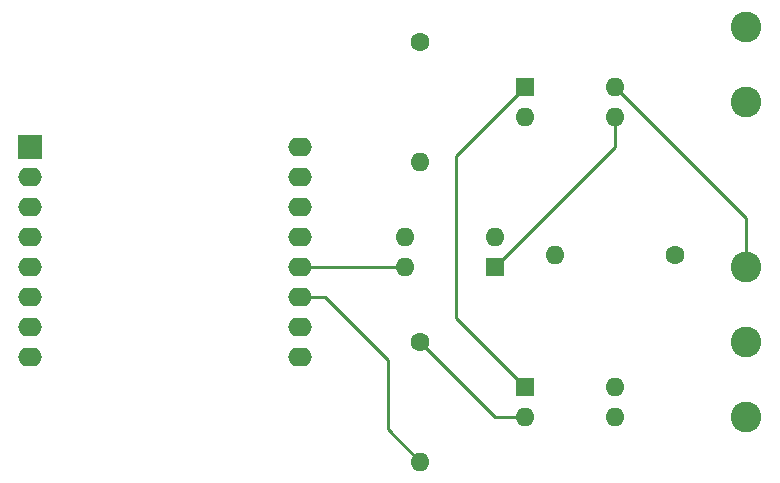
<source format=gbr>
%TF.GenerationSoftware,KiCad,Pcbnew,5.1.10*%
%TF.CreationDate,2021-09-05T12:58:41+02:00*%
%TF.ProjectId,PCB,5043422e-6b69-4636-9164-5f7063625858,1.0*%
%TF.SameCoordinates,Original*%
%TF.FileFunction,Copper,L2,Bot*%
%TF.FilePolarity,Positive*%
%FSLAX46Y46*%
G04 Gerber Fmt 4.6, Leading zero omitted, Abs format (unit mm)*
G04 Created by KiCad (PCBNEW 5.1.10) date 2021-09-05 12:58:41*
%MOMM*%
%LPD*%
G01*
G04 APERTURE LIST*
%TA.AperFunction,ComponentPad*%
%ADD10C,2.600000*%
%TD*%
%TA.AperFunction,ComponentPad*%
%ADD11O,2.000000X1.600000*%
%TD*%
%TA.AperFunction,ComponentPad*%
%ADD12R,2.000000X2.000000*%
%TD*%
%TA.AperFunction,ComponentPad*%
%ADD13O,1.600000X1.600000*%
%TD*%
%TA.AperFunction,ComponentPad*%
%ADD14R,1.600000X1.600000*%
%TD*%
%TA.AperFunction,ComponentPad*%
%ADD15C,1.600000*%
%TD*%
%TA.AperFunction,Conductor*%
%ADD16C,0.250000*%
%TD*%
G04 APERTURE END LIST*
D10*
%TO.P,GND_In,1*%
%TO.N,Net-(GND_In1-Pad1)*%
X111379000Y-91440000D03*
%TD*%
%TO.P,5V_Heater,1*%
%TO.N,Net-(5V_Heater1-Pad1)*%
X111379000Y-105410000D03*
%TD*%
%TO.P,GND_Heater,1*%
%TO.N,Net-(GND_Heater1-Pad1)*%
X111379000Y-118110000D03*
%TD*%
%TO.P,Serial,1*%
%TO.N,Net-(R3-Pad1)*%
X111379000Y-111760000D03*
%TD*%
%TO.P,3.3V_In,1*%
%TO.N,Net-(3.3V_In1-Pad1)*%
X111379000Y-85090000D03*
%TD*%
D11*
%TO.P,U4,16*%
%TO.N,Net-(U4-Pad16)*%
X73660000Y-95250000D03*
%TO.P,U4,15*%
%TO.N,Net-(U4-Pad15)*%
X73660000Y-97790000D03*
%TO.P,U4,14*%
%TO.N,Net-(U4-Pad14)*%
X73660000Y-100330000D03*
%TO.P,U4,13*%
%TO.N,Net-(R2-Pad2)*%
X73660000Y-102870000D03*
%TO.P,U4,12*%
%TO.N,Net-(U1-Pad4)*%
X73660000Y-105410000D03*
%TO.P,U4,11*%
%TO.N,Net-(R1-Pad2)*%
X73660000Y-107950000D03*
%TO.P,U4,10*%
%TO.N,Net-(GND_In1-Pad1)*%
X73660000Y-110490000D03*
%TO.P,U4,9*%
%TO.N,Net-(U4-Pad9)*%
X73660000Y-113030000D03*
%TO.P,U4,8*%
%TO.N,Net-(3.3V_In1-Pad1)*%
X50800000Y-113030000D03*
%TO.P,U4,7*%
%TO.N,Net-(U4-Pad7)*%
X50800000Y-110490000D03*
%TO.P,U4,6*%
%TO.N,Net-(U4-Pad6)*%
X50800000Y-107950000D03*
%TO.P,U4,5*%
%TO.N,Net-(U4-Pad5)*%
X50800000Y-105410000D03*
%TO.P,U4,4*%
%TO.N,Net-(U4-Pad4)*%
X50800000Y-102870000D03*
%TO.P,U4,3*%
%TO.N,Net-(U4-Pad3)*%
X50800000Y-100330000D03*
D12*
%TO.P,U4,1*%
%TO.N,Net-(U4-Pad1)*%
X50800000Y-95250000D03*
D11*
%TO.P,U4,2*%
%TO.N,Net-(U4-Pad2)*%
X50800000Y-97790000D03*
%TD*%
D13*
%TO.P,U3,4*%
%TO.N,Net-(5V_Heater1-Pad1)*%
X100330000Y-90170000D03*
%TO.P,U3,2*%
%TO.N,Net-(R2-Pad1)*%
X92710000Y-92710000D03*
%TO.P,U3,3*%
%TO.N,Net-(U1-Pad1)*%
X100330000Y-92710000D03*
D14*
%TO.P,U3,1*%
%TO.N,Net-(3.3V_In1-Pad1)*%
X92710000Y-90170000D03*
%TD*%
D13*
%TO.P,U2,4*%
%TO.N,Net-(R3-Pad1)*%
X100330000Y-115570000D03*
%TO.P,U2,2*%
%TO.N,Net-(R1-Pad1)*%
X92710000Y-118110000D03*
%TO.P,U2,3*%
%TO.N,Net-(GND_Heater1-Pad1)*%
X100330000Y-118110000D03*
D14*
%TO.P,U2,1*%
%TO.N,Net-(3.3V_In1-Pad1)*%
X92710000Y-115570000D03*
%TD*%
D13*
%TO.P,U1,4*%
%TO.N,Net-(U1-Pad4)*%
X82550000Y-105410000D03*
%TO.P,U1,2*%
%TO.N,Net-(R3-Pad2)*%
X90170000Y-102870000D03*
%TO.P,U1,3*%
%TO.N,Net-(GND_In1-Pad1)*%
X82550000Y-102870000D03*
D14*
%TO.P,U1,1*%
%TO.N,Net-(U1-Pad1)*%
X90170000Y-105410000D03*
%TD*%
D13*
%TO.P,R3,2*%
%TO.N,Net-(R3-Pad2)*%
X95250000Y-104394000D03*
D15*
%TO.P,R3,1*%
%TO.N,Net-(R3-Pad1)*%
X105410000Y-104394000D03*
%TD*%
D13*
%TO.P,R2,2*%
%TO.N,Net-(R2-Pad2)*%
X83820000Y-96520000D03*
D15*
%TO.P,R2,1*%
%TO.N,Net-(R2-Pad1)*%
X83820000Y-86360000D03*
%TD*%
D13*
%TO.P,R1,2*%
%TO.N,Net-(R1-Pad2)*%
X83820000Y-121920000D03*
D15*
%TO.P,R1,1*%
%TO.N,Net-(R1-Pad1)*%
X83820000Y-111760000D03*
%TD*%
D16*
%TO.N,Net-(R1-Pad2)*%
X73660000Y-107950000D02*
X75712320Y-107950000D01*
X75712320Y-107950000D02*
X81051400Y-113289080D01*
X81051400Y-119151400D02*
X83820000Y-121920000D01*
X81051400Y-113289080D02*
X81051400Y-119151400D01*
%TO.N,Net-(R1-Pad1)*%
X83820000Y-111760000D02*
X90170000Y-118110000D01*
X90170000Y-118110000D02*
X92710000Y-118110000D01*
%TO.N,Net-(U1-Pad4)*%
X73660000Y-105410000D02*
X82550000Y-105410000D01*
%TO.N,Net-(U1-Pad1)*%
X100330000Y-95250000D02*
X100330000Y-92710000D01*
X90170000Y-105410000D02*
X100330000Y-95250000D01*
%TO.N,Net-(3.3V_In1-Pad1)*%
X92710000Y-90170000D02*
X86868000Y-96012000D01*
X92710000Y-115570000D02*
X86868000Y-109728000D01*
X86868000Y-109728000D02*
X86868000Y-96012000D01*
%TO.N,Net-(5V_Heater1-Pad1)*%
X111379000Y-101219000D02*
X111379000Y-105410000D01*
X100330000Y-90170000D02*
X111379000Y-101219000D01*
%TD*%
M02*

</source>
